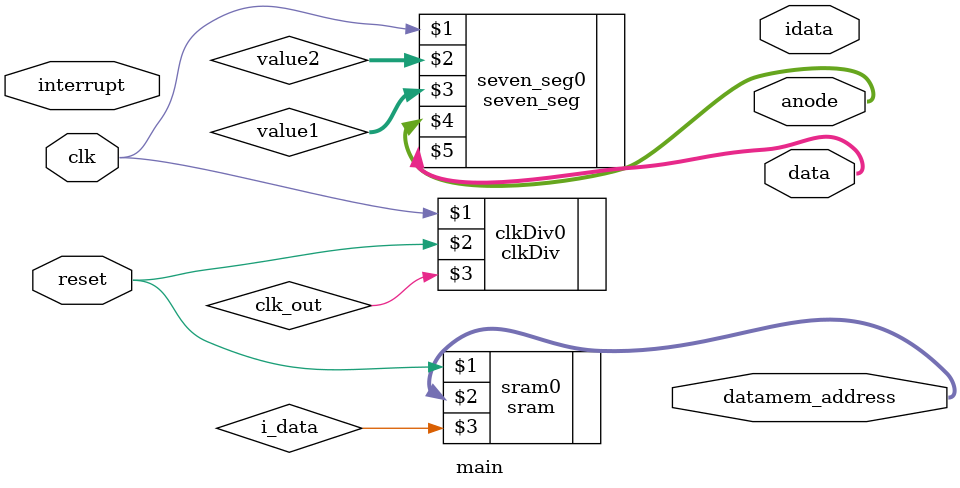
<source format=v>
`timescale 1ns / 1ps
module main(input clk,
            input reset,
            input interrupt,
            output [7:0] idata,
            output [7:0] datamem_address,
            output [3:0] anode,
            output [6:0] data);
    
    wire clk, clk_out, reset, interrupt, rw;
    wire [7:0] datamem_data, usermem_data_in, usermem_data_out, datamem_address, usermem_address, idata;
    wire [7:0] value1, value2;
    
    sram sram0(reset, datamem_address, i_data);
    seven_seg seven_seg0(clk, value2, value1, anode,data);
    clkDiv clkDiv0(clk, reset, clk_out);
    
endmodule

</source>
